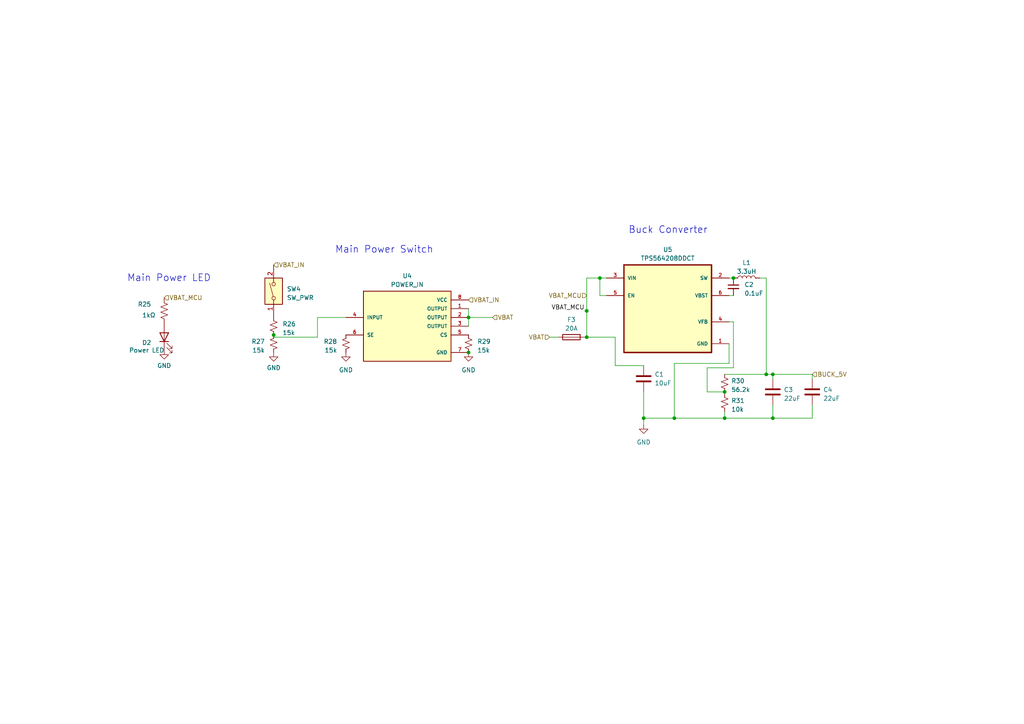
<source format=kicad_sch>
(kicad_sch (version 20230121) (generator eeschema)
  (paper "A4")
  (title_block (title "Buck Converter") (date "2024-01-28") (company "MIT - jntaimo"))
  (lib_symbols
    (symbol "Device:C" (pin_numbers hide) (pin_names (offset 0.254))
      (property "Reference" "C" (at 0.635 2.54 0))
      (property "Value" "C" (at 0.635 -2.54 0))
      (symbol "C_0_1"
        (polyline (pts (xy -2.032 -0.762) (xy 2.032 -0.762)) (stroke (width 0.508)))
        (polyline (pts (xy -2.032 0.762) (xy 2.032 0.762)) (stroke (width 0.508)))
      )
      (symbol "C_1_1"
        (pin passive line (at 0 3.81 270) (length 2.794) (name "~") (number "1"))
        (pin passive line (at 0 -3.81 90) (length 2.794) (name "~") (number "2"))
      )
    )
    (symbol "Device:C_Small" (pin_numbers hide) (pin_names (offset 0.254) hide)
      (property "Reference" "C" (at 0.254 1.778 0))
      (property "Value" "C_Small" (at 0.254 -2.032 0))
      (symbol "C_Small_0_1"
        (polyline (pts (xy -1.524 -0.508) (xy 1.524 -0.508)) (stroke (width 0.3302)))
        (polyline (pts (xy -1.524 0.508) (xy 1.524 0.508)) (stroke (width 0.3048)))
      )
      (symbol "C_Small_1_1"
        (pin passive line (at 0 2.54 270) (length 2.032) (name "~") (number "1"))
        (pin passive line (at 0 -2.54 90) (length 2.032) (name "~") (number "2"))
      )
    )
    (symbol "Device:Fuse" (pin_numbers hide) (pin_names (offset 0))
      (property "Reference" "F" (at 2.032 0 90))
      (property "Value" "Fuse" (at -1.905 0 90))
      (symbol "Fuse_0_1"
        (rectangle (start -0.762 -2.54) (end 0.762 2.54) (stroke (width 0.254)))
        (polyline (pts (xy 0 2.54) (xy 0 -2.54)))
      )
      (symbol "Fuse_1_1"
        (pin passive line (at 0 3.81 270) (length 1.27) (name "~") (number "1"))
        (pin passive line (at 0 -3.81 90) (length 1.27) (name "~") (number "2"))
      )
    )
    (symbol "Device:L" (pin_numbers hide) (pin_names (offset 1.016) hide)
      (property "Reference" "L" (at -1.27 0 90))
      (property "Value" "L" (at 1.905 0 90))
      (symbol "L_0_1"
        (arc (start 0 -2.54) (mid 0.6323 -1.905) (end 0 -1.27))
        (arc (start 0 -1.27) (mid 0.6323 -0.635) (end 0 0))
        (arc (start 0 0) (mid 0.6323 0.635) (end 0 1.27))
        (arc (start 0 1.27) (mid 0.6323 1.905) (end 0 2.54))
      )
      (symbol "L_1_1"
        (pin passive line (at 0 3.81 270) (length 1.27) (name "1") (number "1"))
        (pin passive line (at 0 -3.81 90) (length 1.27) (name "2") (number "2"))
      )
    )
    (symbol "Device:LED" (pin_numbers hide) (pin_names (offset 1.016) hide)
      (property "Reference" "D" (at 0 2.54 0))
      (property "Value" "LED" (at 0 -2.54 0))
      (symbol "LED_0_1"
        (polyline (pts (xy -1.27 -1.27) (xy -1.27 1.27)) (stroke (width 0.254)))
        (polyline (pts (xy -1.27 0) (xy 1.27 0)))
        (polyline (pts (xy 1.27 -1.27) (xy 1.27 1.27) (xy -1.27 0) (xy 1.27 -1.27)) (stroke (width 0.254)))
        (polyline (pts (xy -3.048 -0.762) (xy -4.572 -2.286) (xy -3.81 -2.286) (xy -4.572 -2.286) (xy -4.572 -1.524)))
        (polyline (pts (xy -1.778 -0.762) (xy -3.302 -2.286) (xy -2.54 -2.286) (xy -3.302 -2.286) (xy -3.302 -1.524)))
      )
      (symbol "LED_1_1"
        (pin passive line (at -3.81 0 0) (length 2.54) (name "K") (number "1"))
        (pin passive line (at 3.81 0 180) (length 2.54) (name "A") (number "2"))
      )
    )
    (symbol "Device:R_Small_US" (pin_numbers hide) (pin_names (offset 0.254) hide)
      (property "Reference" "R" (at 0.762 0.508 0))
      (property "Value" "R_Small_US" (at 0.762 -1.016 0))
      (symbol "R_Small_US_1_1"
        (polyline (pts (xy 0 0) (xy 1.016 -0.381) (xy 0 -0.762) (xy -1.016 -1.143) (xy 0 -1.524)))
        (polyline (pts (xy 0 1.524) (xy 1.016 1.143) (xy 0 0.762) (xy -1.016 0.381) (xy 0 0)))
        (pin passive line (at 0 2.54 270) (length 1.016) (name "~") (number "1"))
        (pin passive line (at 0 -2.54 90) (length 1.016) (name "~") (number "2"))
      )
    )
    (symbol "Device:R_US" (pin_numbers hide) (pin_names (offset 0))
      (property "Reference" "R" (at 2.54 0 90))
      (property "Value" "R_US" (at -2.54 0 90))
      (symbol "R_US_0_1"
        (polyline (pts (xy 0 -2.286) (xy 0 -2.54)))
        (polyline (pts (xy 0 2.286) (xy 0 2.54)))
        (polyline (pts (xy 0 -0.762) (xy 1.016 -1.143) (xy 0 -1.524) (xy -1.016 -1.905) (xy 0 -2.286)))
        (polyline (pts (xy 0 0.762) (xy 1.016 0.381) (xy 0 0) (xy -1.016 -0.381) (xy 0 -0.762)))
        (polyline (pts (xy 0 2.286) (xy 1.016 1.905) (xy 0 1.524) (xy -1.016 1.143) (xy 0 0.762)))
      )
      (symbol "R_US_1_1"
        (pin passive line (at 0 3.81 270) (length 1.27) (name "~") (number "1"))
        (pin passive line (at 0 -3.81 90) (length 1.27) (name "~") (number "2"))
      )
    )
    (symbol "Switch:SW_DIP_x01" (pin_names (offset 0) hide)
      (property "Reference" "SW" (at 0 3.81 0))
      (property "Value" "SW_DIP_x01" (at 0 -3.81 0))
      (symbol "SW_DIP_x01_0_0"
        (circle (center -2.032 0) (radius 0.508))
        (polyline (pts (xy -1.524 0.127) (xy 2.3622 1.1684)))
        (circle (center 2.032 0) (radius 0.508))
      )
      (symbol "SW_DIP_x01_0_1"
        (rectangle (start -3.81 2.54) (end 3.81 -2.54) (stroke (width 0.254)) (fill (type background)))
      )
      (symbol "SW_DIP_x01_1_1"
        (pin passive line (at -7.62 0 0) (length 5.08) (name "~") (number "1"))
        (pin passive line (at 7.62 0 180) (length 5.08) (name "~") (number "2"))
      )
    )
    (symbol "TPS564208DDCT:TPS564208DDCT" (pin_names (offset 1.016))
      (property "Reference" "U" (at -12.7 13.7 0))
      (property "Value" "TPS564208DDCT" (at -12.7 -16.7 0))
      (symbol "TPS564208DDCT_0_0"
        (rectangle (start -12.7 12.7) (end 12.7 -12.7) (stroke (width 0.41)) (fill (type background)))
        (pin power_in line (at 17.78 -10.16 180) (length 5.08) (name "GND") (number "1"))
        (pin input line (at -17.78 8.89 0) (length 5.08) (name "VIN") (number "3"))
        (pin input line (at -17.78 3.81 0) (length 5.08) (name "EN") (number "5"))
      )
      (symbol "TPS564208DDCT_1_0"
        (pin bidirectional line (at 17.78 8.89 180) (length 5.08) (name "SW") (number "2"))
        (pin input line (at 17.78 -3.81 180) (length 5.08) (name "VFB") (number "4"))
        (pin input line (at 17.78 3.81 180) (length 5.08) (name "VBST") (number "6"))
      )
    )
    (symbol "VN7007CHTR_1" (pin_names (offset 1.016))
      (property "Reference" "U" (at -12.7 12.7 0))
      (property "Value" "VN7007CHTR" (at -6.35 11.43 0))
      (symbol "VN7007CHTR_1_0_0"
        (rectangle (start -12.7 10.16) (end 12.7 -10.16) (stroke (width 0.254)) (fill (type background)))
        (pin output line (at 17.78 5.08 180) (length 5.08) (name "OUTPUT") (number "1"))
        (pin output line (at 17.78 2.54 180) (length 5.08) (name "OUTPUT") (number "2"))
        (pin output line (at 17.78 0 180) (length 5.08) (name "OUTPUT") (number "3"))
        (pin input line (at -17.78 2.54 0) (length 5.08) (name "INPUT") (number "4"))
        (pin output line (at 17.78 -2.54 180) (length 5.08) (name "CS") (number "5"))
        (pin input line (at -17.78 -2.54 0) (length 5.08) (name "SE") (number "6"))
        (pin power_in line (at 17.78 -7.62 180) (length 5.08) (name "GND") (number "7"))
        (pin power_in line (at 17.78 7.62 180) (length 5.08) (name "VCC") (number "8"))
      )
    )
    (symbol "power:GND" (power) (pin_names (offset 0))
      (property "Value" "GND" (at 0 -3.81 0))
      (symbol "GND_0_1"
        (polyline (pts (xy 0 0) (xy 0 -1.27) (xy 1.27 -1.27) (xy 0 -2.54) (xy -1.27 -1.27) (xy 0 -1.27)))
      )
      (symbol "GND_1_1"
        (pin power_in line (at 0 0 270) (length 0) hide (name "GND") (number "1"))
      )
    )
  )
  (junction (at 186.69 121.285))
  (junction (at 222.25 108.585))
  (junction (at 212.725 80.645))
  (junction (at 170.18 97.79))
  (junction (at 170.18 90.17))
  (junction (at 135.89 92.075))
  (junction (at 224.155 108.585))
  (junction (at 79.375 97.155))
  (junction (at 195.58 121.285))
  (junction (at 135.89 102.235))
  (junction (at 210.185 113.665))
  (junction (at 210.185 121.285))
  (junction (at 224.155 121.285))
  (junction (at 173.99 80.645))
  (wire (pts (xy 210.185 119.38) (xy 210.185 121.285)))
  (wire (pts (xy 135.89 92.075) (xy 142.875 92.075)))
  (wire (pts (xy 222.25 108.585) (xy 224.155 108.585)))
  (wire (pts (xy 211.455 105.41) (xy 195.58 105.41)))
  (wire (pts (xy 178.435 106.045) (xy 186.69 106.045)))
  (wire (pts (xy 211.455 93.345) (xy 212.725 93.345)))
  (wire (pts (xy 235.585 117.475) (xy 235.585 121.285)))
  (wire (pts (xy 135.89 89.535) (xy 135.89 92.075)))
  (wire (pts (xy 135.89 92.075) (xy 135.89 94.615)))
  (wire (pts (xy 211.455 85.725) (xy 212.725 85.725)))
  (wire (pts (xy 211.455 80.645) (xy 212.725 80.645)))
  (wire (pts (xy 222.25 80.645) (xy 222.25 108.585)))
  (wire (pts (xy 186.69 113.665) (xy 186.69 121.285)))
  (wire (pts (xy 173.99 80.645) (xy 173.99 85.725)))
  (wire (pts (xy 205.105 113.665) (xy 210.185 113.665)))
  (wire (pts (xy 235.585 108.585) (xy 235.585 109.855)))
  (wire (pts (xy 210.185 121.285) (xy 224.155 121.285)))
  (wire (pts (xy 211.455 99.695) (xy 211.455 105.41)))
  (wire (pts (xy 222.25 80.645) (xy 220.345 80.645)))
  (wire (pts (xy 224.155 121.285) (xy 224.155 117.475)))
  (wire (pts (xy 170.18 90.17) (xy 170.18 80.645)))
  (wire (pts (xy 210.185 113.665) (xy 210.185 114.3)))
  (wire (pts (xy 79.375 97.79) (xy 79.375 97.155)))
  (wire (pts (xy 169.545 97.79) (xy 170.18 97.79)))
  (wire (pts (xy 173.99 80.645) (xy 175.895 80.645)))
  (wire (pts (xy 186.69 121.285) (xy 195.58 121.285)))
  (wire (pts (xy 178.435 97.79) (xy 170.18 97.79)))
  (wire (pts (xy 169.545 90.17) (xy 170.18 90.17)))
  (wire (pts (xy 212.725 106.68) (xy 205.105 106.68)))
  (wire (pts (xy 224.155 108.585) (xy 224.155 109.855)))
  (wire (pts (xy 205.105 106.68) (xy 205.105 113.665)))
  (wire (pts (xy 79.375 97.79) (xy 92.075 97.79)))
  (wire (pts (xy 224.155 108.585) (xy 235.585 108.585)))
  (wire (pts (xy 195.58 121.285) (xy 210.185 121.285)))
  (wire (pts (xy 186.69 123.19) (xy 186.69 121.285)))
  (wire (pts (xy 170.18 80.645) (xy 173.99 80.645)))
  (wire (pts (xy 161.925 97.79) (xy 159.385 97.79)))
  (wire (pts (xy 170.18 90.17) (xy 170.18 97.79)))
  (wire (pts (xy 235.585 121.285) (xy 224.155 121.285)))
  (wire (pts (xy 92.075 97.79) (xy 92.075 92.075)))
  (wire (pts (xy 92.075 92.075) (xy 100.33 92.075)))
  (wire (pts (xy 195.58 105.41) (xy 195.58 121.285)))
  (wire (pts (xy 178.435 97.79) (xy 178.435 106.045)))
  (wire (pts (xy 173.99 85.725) (xy 175.895 85.725)))
  (wire (pts (xy 212.725 93.345) (xy 212.725 106.68)))
  (wire (pts (xy 210.185 108.585) (xy 222.25 108.585)))
  (text "Main Power Switch" (at 97.155 73.66 0) (effects (font (size 2 2)) (justify left bottom)))
  (text "Main Power LED" (at 36.83 81.915 0) (effects (font (size 2 2)) (justify left bottom)))
  (text "Buck Converter" (at 182.245 67.945 0) (effects (font (size 2 2)) (justify left bottom)))
  (label "VBAT_MCU" (at 169.545 90.17 180))
  (hierarchical_label "VBAT_IN" (shape input) (at 135.89 86.995 0))
  (hierarchical_label "VBAT_MCU" (shape input) (at 170.18 85.725 180))
  (hierarchical_label "VBAT_MCU" (shape input) (at 47.625 86.36 0))
  (hierarchical_label "VBAT_IN" (shape input) (at 79.375 76.835 0))
  (hierarchical_label "VBAT" (shape input) (at 142.875 92.075 0))
  (hierarchical_label "BUCK_5V" (shape input) (at 235.585 108.585 0))
  (hierarchical_label "VBAT" (shape input) (at 159.385 97.79 180))
  (symbol (lib_id "power:GND") (at 100.33 102.235 0) (unit 1)
    (property "Reference" "#PWR057" (effects hide))
    (property "Value" "GND" (at 100.33 107.315 0))
    (instances (project "2.12 Mobile Robot" (path "" (reference "#PWR057") (unit 1))) (project "Segway V7" (path "" (reference "#PWR037") (unit 1))))
  )
  (symbol (lib_id "Device:C") (at 186.69 109.855 0) (unit 1)
    (property "Reference" "C1" (at 189.865 108.585 0) (effects (justify left)))
    (property "Value" "10uF" (at 189.865 111.125 0) (effects (justify left)))
    (property "Footprint" "Capacitor_SMD:C_1210_3225Metric" (effects hide))
    (property "MPN" "C39232" (effects hide))
    (property "Name" "Cin1" (effects hide))
    (instances (project "2.12 Mobile Robot" (path "" (reference "C1") (unit 1))) (project "Segway V7" (path "" (reference "Cin1") (unit 1))))
  )
  (symbol (lib_id "Switch:SW_DIP_x01") (at 79.375 84.455 90) (unit 1)
    (property "Reference" "SW4" (at 83.185 83.82 90) (effects (justify right)))
    (property "Value" "SW_PWR" (at 83.185 86.36 90) (effects (justify right)))
    (property "Footprint" "Connector_JST:JST_PH_B2B-PH-SM4-TB_1x02-1MP_P2.00mm_Vertical" (effects hide))
    (property "Datasheet" "https://www.digikey.com/en/products/detail/e-switch/500SSP1S1M6QEA/378947" (effects hide))
    (property "MPN" "C160352" (effects hide))
    (instances (project "2.12 Mobile Robot" (path "" (reference "SW4") (unit 1))) (project "Segway V7" (path "" (reference "SW1") (unit 1))))
  )
  (symbol (lib_id "Device:C") (at 224.155 113.665 0) (unit 1)
    (property "Reference" "C3" (at 227.33 113.03 0) (effects (justify left)))
    (property "Value" "22uF" (at 227.33 115.57 0) (effects (justify left)))
    (property "Footprint" "Capacitor_SMD:C_1210_3225Metric" (effects hide))
    (property "MPN" "C65428" (effects hide))
    (property "Name" "Cout1" (effects hide))
    (instances (project "2.12 Mobile Robot" (path "" (reference "C3") (unit 1))) (project "Segway V7" (path "" (reference "Cout1") (unit 1))))
  )
  (symbol (lib_id "Device:R_Small_US") (at 210.185 111.125 0) (unit 1)
    (property "Reference" "R30" (at 212.09 110.49 0) (effects (justify left)))
    (property "Value" "56.2k" (at 212.09 113.03 0) (effects (justify left)))
    (property "Footprint" "Resistor_SMD:R_0201_0603Metric_Pad0.64x0.40mm_HandSolder" (effects hide))
    (property "MPN" "C482887" (effects hide))
    (property "Name" "Rfbt1" (effects hide))
    (instances (project "2.12 Mobile Robot" (path "" (reference "R30") (unit 1))) (project "Segway V7" (path "" (reference "Rfbt1") (unit 1))))
  )
  (symbol (lib_id "Device:L") (at 216.535 80.645 90) (unit 1)
    (property "Reference" "L1" (at 216.535 76.2 90))
    (property "Value" "3.3uH" (at 216.535 78.74 90))
    (property "Footprint" "Inductor_SMD:L_Vishay_IHLP-4040" (effects hide))
    (property "Datasheet" "https://datasheet.lcsc.com/lcsc/2111161830_Vishay-Intertech-IHLP4040DZER3R3M01_C845075.pdf" (effects hide))
    (property "MPN" "C845075" (effects hide))
  )
  (symbol (lib_id "Device:R_US") (at 47.625 90.17 180) (unit 1)
    (property "Reference" "R25" (at 41.91 88.265 0))
    (property "Value" "1kΩ" (at 43.18 91.44 0))
    (property "Footprint" "Resistor_SMD:R_0201_0603Metric_Pad0.64x0.40mm_HandSolder" (effects hide))
    (property "MPN" "C5555492" (effects hide))
    (instances (project "2.12 Mobile Robot" (path "" (reference "R25") (unit 1))) (project "Segway V7" (path "" (reference "R_PWR_LED1") (unit 1))))
  )
  (symbol (lib_id "Device:C_Small") (at 212.725 83.185 0) (unit 1)
    (property "Reference" "C2" (at 215.9 82.5563 0) (effects (justify left)))
    (property "Value" "0.1uF" (at 215.9 85.0963 0) (effects (justify left)))
    (property "Footprint" "Capacitor_SMD:C_0805_2012Metric" (effects hide))
    (property "MPN" "C519981" (effects hide))
    (property "Name" "Cbst1" (effects hide))
    (instances (project "2.12 Mobile Robot" (path "" (reference "C2") (unit 1))) (project "Segway V7" (path "" (reference "Cbst1") (unit 1))))
  )
  (symbol (lib_id "power:GND") (at 79.375 102.235 0) (unit 1)
    (property "Reference" "#PWR056" (effects hide))
    (property "Value" "GND" (at 79.375 106.68 0))
    (instances (project "2.12 Mobile Robot" (path "" (reference "#PWR056") (unit 1))) (project "Segway V7" (path "" (reference "#PWR059") (unit 1))))
  )
  (symbol (lib_id "power:GND") (at 47.625 101.6 0) (unit 1)
    (property "Reference" "#PWR055" (effects hide))
    (property "Value" "GND" (at 47.625 106.045 0))
    (instances (project "2.12 Mobile Robot" (path "" (reference "#PWR055") (unit 1))) (project "Segway V7" (path "" (reference "#PWR038") (unit 1))))
  )
  (symbol (lib_id "Device:C") (at 235.585 113.665 0) (unit 1)
    (property "Reference" "C4" (at 238.76 113.03 0) (effects (justify left)))
    (property "Value" "22uF" (at 238.76 115.57 0) (effects (justify left)))
    (property "Footprint" "Capacitor_SMD:C_1210_3225Metric" (effects hide))
    (property "MPN" "C65428" (effects hide))
    (property "Name" "Cout2" (effects hide))
    (instances (project "2.12 Mobile Robot" (path "" (reference "C4") (unit 1))) (project "Segway V7" (path "" (reference "Cout2") (unit 1))))
  )
  (symbol (lib_id "Device:R_Small_US") (at 79.375 99.695 0) (mirror y) (unit 1)
    (property "Reference" "R27" (at 76.835 99.06 0) (effects (justify left)))
    (property "Value" "15k" (at 76.835 101.6 0) (effects (justify left)))
    (property "Footprint" "Resistor_SMD:R_0201_0603Metric_Pad0.64x0.40mm_HandSolder" (effects hide))
    (property "MPN" "C114661" (effects hide))
    (instances (project "2.12 Mobile Robot" (path "" (reference "R27") (unit 1))) (project "Segway V7" (path "" (reference "R_PWR2") (unit 1))))
  )
  (symbol (lib_id "power:GND") (at 186.69 123.19 0) (unit 1)
    (property "Reference" "#PWR059" (effects hide))
    (property "Value" "GND" (at 186.69 128.27 0))
    (instances (project "2.12 Mobile Robot" (path "" (reference "#PWR059") (unit 1))) (project "Segway V7" (path "" (reference "#PWR039") (unit 1))))
  )
  (symbol (lib_id "Device:R_Small_US") (at 100.33 99.695 0) (mirror y) (unit 1)
    (property "Reference" "R28" (at 97.79 99.06 0) (effects (justify left)))
    (property "Value" "15k" (at 97.79 101.6 0) (effects (justify left)))
    (property "Footprint" "Resistor_SMD:R_0201_0603Metric_Pad0.64x0.40mm_HandSolder" (effects hide))
    (property "MPN" "C114661" (effects hide))
    (property "Name" "RSE2" (effects hide))
    (instances (project "2.12 Mobile Robot" (path "" (reference "R28") (unit 1))) (project "Segway V7" (path "" (reference "RSE1") (unit 1))))
  )
  (symbol (lib_id "Device:R_Small_US") (at 79.375 94.615 0) (unit 1)
    (property "Reference" "R26" (at 81.915 93.98 0) (effects (justify left)))
    (property "Value" "15k" (at 81.915 96.52 0) (effects (justify left)))
    (property "Footprint" "Resistor_SMD:R_0201_0603Metric_Pad0.64x0.40mm_HandSolder" (effects hide))
    (property "MPN" "C114661" (effects hide))
    (instances (project "2.12 Mobile Robot" (path "" (reference "R26") (unit 1))) (project "Segway V7" (path "" (reference "R_PWR1") (unit 1))))
  )
  (symbol (lib_name "VN7007CHTR_1") (lib_id "Power_Management:VN7007CHTR") (at 118.11 94.615 0) (unit 1)
    (property "Reference" "U4" (at 118.11 80.01 0))
    (property "Value" "POWER_IN" (at 118.11 82.55 0))
    (property "Footprint" "2.004:DPAK85P972X240-8N" (effects hide))
    (property "MPN" "C2150194" (effects hide))
    (property "MF" "STMicroelectronics" (effects hide))
    (property "MAXIMUM_PACKAGE_HEIGHT" "2.40mm" (effects hide))
    (property "Package" "OctaPAK STMicroelectronics" (effects hide))
    (property "Price" "None" (effects hide))
    (property "Check_prices" "https://www.snapeda.com/parts/VN7007AHTR/STMicroelectronics/view-part/?ref=eda" (effects hide))
    (property "STANDARD" "IPC-7351B" (effects hide))
    (property "PARTREV" "3" (effects hide))
    (property "SnapEDA_Link" "https://www.snapeda.com/parts/VN7007AHTR/STMicroelectronics/view-part/?ref=snap" (effects hide))
    (property "MP" "VN7007AHTR" (effects hide))
    (property "Purchase-URL" "https://www.snapeda.com/api/url_track_click_mouser/?unipart_id=899347&manufacturer=STMicroelectronics&part_name=VN7007AHTR&search_term=None" (effects hide))
    (property "Description" "\nPower Switch/Driver 1:1 N-Channel 100A OctaPAK 7+1\n" (effects hide))
    (property "Availability" "In Stock" (effects hide))
    (property "MANUFACTURER" "Amphenol" (effects hide))
    (instances (project "2.12 Mobile Robot" (path "" (reference "U4") (unit 1))) (project "Segway V7" (path "" (reference "U5") (unit 1))))
  )
  (symbol (lib_id "Device:R_Small_US") (at 135.89 99.695 0) (unit 1)
    (property "Reference" "R29" (at 138.43 99.06 0) (effects (justify left)))
    (property "Value" "15k" (at 138.43 101.6 0) (effects (justify left)))
    (property "Footprint" "Resistor_SMD:R_0201_0603Metric_Pad0.64x0.40mm_HandSolder" (effects hide))
    (property "MPN" "C114661" (effects hide))
    (property "Name" "RCs2" (effects hide))
    (instances (project "2.12 Mobile Robot" (path "" (reference "R29") (unit 1))) (project "Segway V7" (path "" (reference "RCs1") (unit 1))))
  )
  (symbol (lib_id "TPS564208DDCT:TPS564208DDCT") (at 193.675 89.535 0) (unit 1)
    (property "Reference" "U5" (at 193.675 72.39 0))
    (property "Value" "TPS564208DDCT" (at 193.675 74.93 0))
    (property "Footprint" "2.004:SOT95P280X110-6N" (effects hide))
    (property "Datasheet" "https://datasheet.lcsc.com/lcsc/2302221300_Texas-Instruments-TPS564208DDCT_C2070774.pdf" (effects hide))
    (property "MPN" "C2070774" (effects hide))
    (instances (project "2.12 Mobile Robot" (path "" (reference "U5") (unit 1))) (project "Segway V7" (path "" (reference "U3") (unit 1))))
  )
  (symbol (lib_id "Device:LED") (at 47.625 97.79 90) (unit 1)
    (property "Reference" "D2" (at 42.545 99.3775 90))
    (property "Value" "Power LED" (at 42.545 101.6 90))
    (property "Footprint" "LED_SMD:LED_0603_1608Metric" (effects hide))
    (property "MPN" "C84263" (effects hide))
  )
  (symbol (lib_id "Device:R_Small_US") (at 210.185 116.84 0) (unit 1)
    (property "Reference" "R31" (at 212.09 116.205 0) (effects (justify left)))
    (property "Value" "10k" (at 212.09 118.745 0) (effects (justify left)))
    (property "Footprint" "Resistor_SMD:R_0201_0603Metric_Pad0.64x0.40mm_HandSolder" (effects hide))
    (property "MPN" "C22548" (effects hide))
    (property "Name" "Rfbb1" (effects hide))
    (instances (project "2.12 Mobile Robot" (path "" (reference "R31") (unit 1))) (project "Segway V7" (path "" (reference "Rfbb1") (unit 1))))
  )
  (symbol (lib_id "Device:Fuse") (at 165.735 97.79 90) (unit 1)
    (property "Reference" "F3" (at 165.735 92.71 90))
    (property "Value" "20A" (at 165.735 95.25 90))
    (property "Footprint" "Fuse:Fuse_1206_3216Metric" (effects hide))
    (property "Datasheet" "https://datasheet.lcsc.com/lcsc/1912111437_Shenzhen-Jinkaisheng-Elec-12-100-2_C355683.pdf" (effects hide))
    (property "MPN" "C207007" (effects hide))
    (instances (project "2.12 Mobile Robot" (path "" (reference "F3") (unit 1))) (project "Segway V7" (path "" (reference "F1") (unit 1))))
  )
  (symbol (lib_id "power:GND") (at 135.89 102.235 0) (unit 1)
    (property "Reference" "#PWR058" (effects hide))
    (property "Value" "GND" (at 135.89 107.315 0))
    (instances (project "2.12 Mobile Robot" (path "" (reference "#PWR058") (unit 1))) (project "Segway V7" (path "" (reference "#PWR031") (unit 1))))
  )
)
</source>
